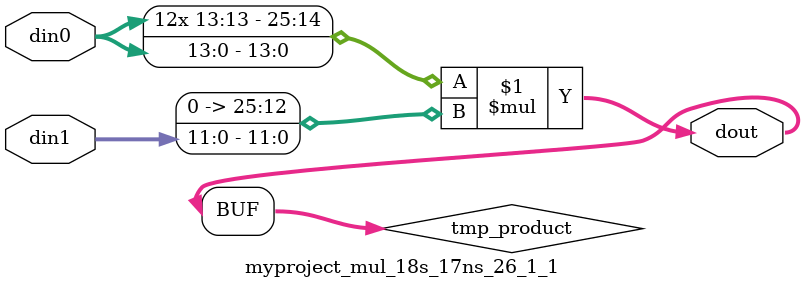
<source format=v>

`timescale 1 ns / 1 ps

  module myproject_mul_18s_17ns_26_1_1(din0, din1, dout);
parameter ID = 1;
parameter NUM_STAGE = 0;
parameter din0_WIDTH = 14;
parameter din1_WIDTH = 12;
parameter dout_WIDTH = 26;

input [din0_WIDTH - 1 : 0] din0; 
input [din1_WIDTH - 1 : 0] din1; 
output [dout_WIDTH - 1 : 0] dout;

wire signed [dout_WIDTH - 1 : 0] tmp_product;












assign tmp_product = $signed(din0) * $signed({1'b0, din1});









assign dout = tmp_product;







endmodule

</source>
